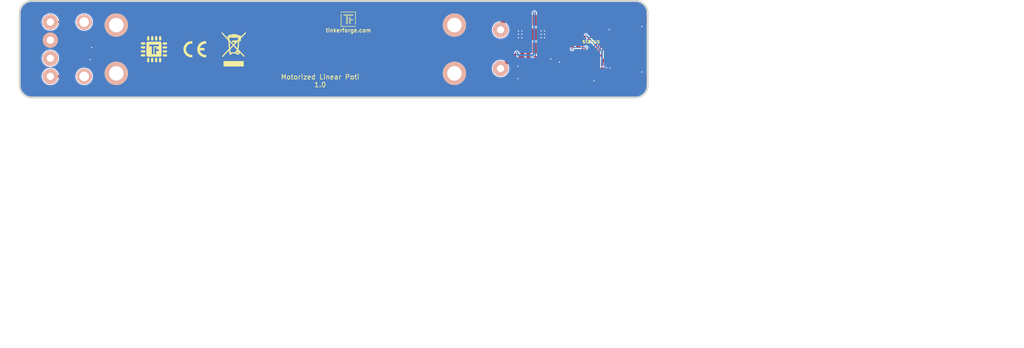
<source format=kicad_pcb>
(kicad_pcb (version 20221018) (generator pcbnew)
  (title_block (title "Motorized Linear Poti Bricklet") (date "2017-05-31") (rev "1.0") (company "Tinkerforge GmbH") (comment 1 "Licensed under CERN OHL v.1.1") (comment 2 "Copyright (©) 2017, L.Lauer <lukas@tinkerforge.com>"))
  (layers (0 "F.Cu" signal "Vorderseite") (31 "B.Cu" signal "Rückseite") (34 "B.Paste" user) (35 "F.Paste" user) (36 "B.SilkS" user "B.Silkscreen") (37 "F.SilkS" user "F.Silkscreen") (38 "B.Mask" user) (39 "F.Mask" user) (44 "Edge.Cuts" user))
  (net 0 "")
  (net 1 "GND")
  (net 2 "+5V")
  (net 3 "AIN")
  (net 4 "Net-(P2-PadA)")
  (net 5 "Net-(P2-PadB)")
  (net 6 "Net-(RP1-Pad1)")
  (net 7 "Net-(RP1-Pad4)")
  (net 8 "VCC")
  (net 9 "Net-(C3-Pad2)")
  (net 10 "S-MISO")
  (net 11 "S-MOSI")
  (net 12 "S-CLK")
  (net 13 "S-CS")
  (net 14 "Net-(P3-Pad2)")
  (net 15 "Net-(R1-Pad2)")
  (net 16 "REV")
  (net 17 "FWD")
  (net 18 "Net-(D1-Pad2)")
  (net 19 "Net-(C6-Pad1)")
  (net 20 "Net-(P1-Pad4)")
  (net 21 "Net-(P1-Pad5)")
  (net 22 "Net-(P1-Pad6)")
  (net 23 "Net-(J101-Pad1)")
  (net 24 "Net-(P2-Pad4)")
  (net 25 "Net-(P2-Pad2)")
  (net 26 "Net-(RP1-Pad2)")
  (net 27 "Net-(RP1-Pad3)")
  (net 28 "Net-(RP1-Pad6)")
  (net 29 "Net-(RP1-Pad7)")
  (net 30 "Net-(U1-Pad4)")
  (net 31 "Net-(U1-Pad5)")
  (net 32 "Net-(U1-Pad6)")
  (net 33 "Net-(U1-Pad11)")
  (net 34 "Net-(U1-Pad12)")
  (net 35 "Net-(U1-Pad13)")
  (net 36 "Net-(U1-Pad14)")
  (net 37 "Net-(U1-Pad16)")
  (net 38 "Net-(U1-Pad17)")
  (net 39 "Net-(U1-Pad19)")
  (net 40 "Net-(U1-Pad20)")
  (net 41 "Net-(U1-Pad21)")
  (footprint "kicad-libraries:DRILL_NP" (layer "F.Cu") (at 95.1 105.65 90)
    (fp_text reference "U4" hide)
    (fp_text value "DRILL" hide)
    (pad "" np_thru_hole circle (at 0 0 90) (size 2.99974 2.99974) (drill 2.99974) (layers "*.Cu" "*.Mask" "F.SilkS") (clearance 0.89916))
  )
  (footprint "kicad-libraries:DRILL_NP" (layer "F.Cu") (at 165.1 95.65)
    (fp_text reference "U5" hide)
    (fp_text value "DRILL" hide)
    (pad "" np_thru_hole circle (at 0 0) (size 2.99974 2.99974) (drill 2.99974) (layers "*.Cu" "*.Mask" "F.SilkS") (clearance 0.89916))
  )
  (footprint "kicad-libraries:DRILL_NP" (layer "F.Cu") (at 165.1 105.65 90)
    (fp_text reference "U6" hide)
    (fp_text value "DRILL" hide)
    (pad "" np_thru_hole circle (at 0 0 90) (size 2.99974 2.99974) (drill 2.99974) (layers "*.Cu" "*.Mask" "F.SilkS") (clearance 0.89916))
  )
  (footprint "kicad-libraries:DRILL_NP" (layer "F.Cu") (at 95.1 95.65 -90)
    (fp_text reference "U3" hide)
    (fp_text value "DRILL" hide)
    (pad "" np_thru_hole circle (at 0 0 270) (size 2.99974 2.99974) (drill 2.99974) (layers "*.Cu" "*.Mask" "F.SilkS") (clearance 0.89916))
  )
  (footprint "kicad-libraries:Logo_31x31" (layer "F.Cu") (at 141.55 92.85)
    (fp_text reference "G***" hide)
    (fp_text value "Logo_31x31" hide)
  )
  (footprint "kicad-libraries:WEEE_7mm" (layer "F.Cu") (at 119.4 100.65)
    (fp_text reference "G***" hide)
    (fp_text value "LOGO" hide)
  )
  (footprint "kicad-libraries:Logo_CoMCU" (layer "F.Cu") (at 102.9 100.65)
    (fp_text reference "G***" hide)
    (fp_text value "LOGO" hide)
  )
  (footprint "kicad-libraries:CE_5mm" (layer "F.Cu") (at 111.4 100.65)
    (fp_text reference "VAL" hide)
    (fp_text value "CE_5mm" hide)
  )
  (footprint "kicad-libraries:SolderJumper" (layer "F.Cu") (at 192.9 107.2 180)
    (fp_text reference "P3")
    (fp_text value "BOOT")
    (pad "1" smd rect (at -0.5 0 180) (size 0.4 1.4) (layers "F.Cu" "F.Mask") (net 1 "GND"))
    (pad "1" smd rect (at -0.225 -0.55 180) (size 0.95 0.3) (layers "F.Cu" "F.Mask") (net 1 "GND"))
    (pad "1" smd rect (at -0.225 0.55 180) (size 0.95 0.3) (layers "F.Cu" "F.Mask") (net 1 "GND"))
    (pad "2" smd rect (at 0.15 0 180) (size 0.6 0.5) (layers "F.Cu" "F.Mask") (net 14 "Net-(P3-Pad2)"))
    (pad "2" smd rect (at 0.55 0 180) (size 0.3 1.4) (layers "F.Cu" "F.Mask") (net 14 "Net-(P3-Pad2)"))
  )
  (footprint "kicad-libraries:QFN24-4x4mm-0.5mm" (layer "F.Cu") (at 191.4 103.3 -90)
    (fp_text reference "U1")
    (fp_text value "XMC1100-16")
    (pad "1" smd oval (at -2.025 -1.25 270) (size 1 0.3) (layers "F.Cu" "F.Paste" "F.Mask") (net 10 "S-MISO"))
    (pad "2" smd oval (at -2.025 -0.75 270) (size 1 0.3) (layers "F.Cu" "F.Paste" "F.Mask") (net 15 "Net-(R1-Pad2)"))
    (pad "3" smd oval (at -2.025 -0.25 270) (size 1 0.3) (layers "F.Cu" "F.Paste" "F.Mask") (net 3 "AIN"))
    (pad "4" smd oval (at -2.025 0.25 270) (size 1 0.3) (layers "F.Cu" "F.Paste" "F.Mask") (net 30 "Net-(U1-Pad4)"))
    (pad "5" smd oval (at -2.025 0.75 270) (size 1 0.3) (layers "F.Cu" "F.Paste" "F.Mask") (net 31 "Net-(U1-Pad5)"))
    (pad "6" smd oval (at -2.025 1.25 270) (size 1 0.3) (layers "F.Cu" "F.Paste" "F.Mask") (net 32 "Net-(U1-Pad6)"))
    (pad "7" smd oval (at -1.25 2.025) (size 1 0.3) (layers "F.Cu" "F.Paste" "F.Mask") (net 16 "REV"))
    (pad "8" smd oval (at -0.75 2.025) (size 1 0.3) (layers "F.Cu" "F.Paste" "F.Mask") (net 17 "FWD"))
    (pad "9" smd oval (at -0.25 2.025) (size 1 0.3) (layers "F.Cu" "F.Paste" "F.Mask") (net 1 "GND"))
    (pad "10" smd oval (at 0.25 2.025) (size 1 0.3) (layers "F.Cu" "F.Paste" "F.Mask") (net 8 "VCC"))
    (pad "11" smd oval (at 0.75 2.025) (size 1 0.3) (layers "F.Cu" "F.Paste" "F.Mask") (net 33 "Net-(U1-Pad11)"))
    (pad "12" smd oval (at 1.25 2.025) (size 1 0.3) (layers "F.Cu" "F.Paste" "F.Mask") (net 34 "Net-(U1-Pad12)"))
    (pad "13" smd oval (at 2.025 1.25 270) (size 1 0.3) (layers "F.Cu" "F.Paste" "F.Mask") (net 35 "Net-(U1-Pad13)"))
    (pad "14" smd oval (at 2.025 0.75 270) (size 1 0.3) (layers "F.Cu" "F.Paste" "F.Mask") (net 36 "Net-(U1-Pad14)"))
    (pad "15" smd oval (at 2.025 0.25 270) (size 1 0.3) (layers "F.Cu" "F.Paste" "F.Mask") (net 14 "Net-(P3-Pad2)"))
    (pad "16" smd oval (at 2.025 -0.25 270) (size 1 0.3) (layers "F.Cu" "F.Paste" "F.Mask") (net 37 "Net-(U1-Pad16)"))
    (pad "17" smd oval (at 2.025 -0.75 270) (size 1 0.3) (layers "F.Cu" "F.Paste" "F.Mask") (net 38 "Net-(U1-Pad17)"))
    (pad "18" smd oval (at 2.025 -1.25 270) (size 1 0.3) (layers "F.Cu" "F.Paste" "F.Mask") (net 23 "Net-(J101-Pad1)"))
    (pad "19" smd oval (at 1.25 -2.025) (size 1 0.3) (layers "F.Cu" "F.Paste" "F.Mask") (net 39 "Net-(U1-Pad19)"))
    (pad "20" smd oval (at 0.75 -2.025) (size 1 0.3) (layers "F.Cu" "F.Paste" "F.Mask") (net 40 "Net-(U1-Pad20)"))
    (pad "21" smd oval (at 0.25 -2.025) (size 1 0.3) (layers "F.Cu" "F.Paste" "F.Mask") (net 41 "Net-(U1-Pad21)"))
    (pad "22" smd oval (at -0.25 -2.025) (size 1 0.3) (layers "F.Cu" "F.Paste" "F.Mask") (net 13 "S-CS"))
    (pad "23" smd oval (at -0.75 -2.025) (size 1 0.3) (layers "F.Cu" "F.Paste" "F.Mask") (net 12 "S-CLK"))
    (pad "24" smd oval (at -1.25 -2.025) (size 1 0.3) (layers "F.Cu" "F.Paste" "F.Mask") (net 11 "S-MOSI"))
    (pad "EXP" smd rect (at -0.65 -0.65 270) (size 1.3 1.3) (layers "F.Cu" "F.Paste" "F.Mask") (net 1 "GND"))
    (pad "EXP" smd rect (at -0.65 0.65 270) (size 1.3 1.3) (layers "F.Cu" "F.Paste" "F.Mask") (net 1 "GND"))
    (pad "EXP" smd rect (at 0.65 -0.65 270) (size 1.3 1.3) (layers "F.Cu" "F.Paste" "F.Mask") (net 1 "GND"))
    (pad "EXP" smd rect (at 0.65 0.65 270) (size 1.3 1.3) (layers "F.Cu" "F.Paste" "F.Mask") (net 1 "GND"))
  )
  (footprint "kicad-libraries:Fiducial_Mark" (layer "F.Cu") (at 100.6 93.6)
    (fp_text reference "Fiducial_Mark" hide)
    (fp_text value "VAL**" hide)
    (pad "1" smd circle (at 0 0) (size 1.00076 1.00076) (layers "F.Cu" "F.Paste" "F.Mask") (clearance 0.65024))
  )
  (footprint "kicad-libraries:Fiducial_Mark" (layer "F.Cu") (at 100.6 106.6)
    (fp_text reference "Fiducial_Mark" hide)
    (fp_text value "VAL**" hide)
    (pad "1" smd circle (at 0 0) (size 1.00076 1.00076) (layers "F.Cu" "F.Paste" "F.Mask") (clearance 0.65024))
  )
  (footprint "kicad-libraries:Fiducial_Mark" (layer "F.Cu") (at 173.6 93.6)
    (fp_text reference "Fiducial_Mark" hide)
    (fp_text value "VAL**" hide)
    (pad "1" smd circle (at 0 0) (size 1.00076 1.00076) (layers "F.Cu" "F.Paste" "F.Mask") (clearance 0.65024))
  )
  (footprint "kicad-libraries:C0603E" (layer "F.Cu") (at 183.15 102.65)
    (fp_text reference "C1")
    (fp_text value "100nF")
    (pad "1" smd rect (at -0.8501 0) (size 1.1 1) (layers "F.Cu" "F.Paste" "F.Mask") (net 8 "VCC"))
    (pad "2" smd rect (at 0.8501 0) (size 1.1 1) (layers "F.Cu" "F.Paste" "F.Mask") (net 1 "GND"))
  )
  (footprint "kicad-libraries:C1206" (layer "F.Cu") (at 179.75 105.5)
    (fp_text reference "C3")
    (fp_text value "47uF/10V")
    (pad "1" smd rect (at -1.50114 0) (size 1.00076 1.6002) (layers "F.Cu" "F.Paste" "F.Mask") (net 1 "GND"))
    (pad "2" smd rect (at 1.50114 0) (size 1.00076 1.6002) (layers "F.Cu" "F.Paste" "F.Mask") (net 9 "Net-(C3-Pad2)"))
  )
  (footprint "kicad-libraries:4X0402" (layer "F.Cu") (at 196.85 99.9 90)
    (fp_text reference "RP3")
    (fp_text value "82")
    (pad "1" smd rect (at -0.7493 0.575 270) (size 0.29972 0.65) (layers "F.Cu" "F.Paste" "F.Mask") (net 20 "Net-(P1-Pad4)"))
    (pad "2" smd rect (at -0.24892 0.575 270) (size 0.29972 0.65) (layers "F.Cu" "F.Paste" "F.Mask") (net 21 "Net-(P1-Pad5)"))
    (pad "3" smd rect (at 0.24892 0.575 270) (size 0.29972 0.65) (layers "F.Cu" "F.Paste" "F.Mask") (net 22 "Net-(P1-Pad6)"))
    (pad "4" smd rect (at 0.7493 0.575 270) (size 0.29972 0.65) (layers "F.Cu" "F.Paste" "F.Mask") (net 19 "Net-(C6-Pad1)"))
    (pad "5" smd rect (at 0.7493 -0.575 90) (size 0.29972 0.65) (layers "F.Cu" "F.Paste" "F.Mask") (net 10 "S-MISO"))
    (pad "6" smd rect (at 0.24892 -0.575 90) (size 0.29972 0.65) (layers "F.Cu" "F.Paste" "F.Mask") (net 11 "S-MOSI"))
    (pad "7" smd rect (at -0.24892 -0.575 90) (size 0.29972 0.65) (layers "F.Cu" "F.Paste" "F.Mask") (net 12 "S-CLK"))
    (pad "8" smd rect (at -0.7493 -0.575 90) (size 0.29972 0.65) (layers "F.Cu" "F.Paste" "F.Mask") (net 13 "S-CS"))
  )
  (footprint "kicad-libraries:SOT23-5" (layer "F.Cu") (at 87.9 100.3 90)
    (fp_text reference "U101")
    (fp_text value "TLV271IDBVR")
    (pad "1" smd rect (at -0.94996 1.19888 90) (size 0.50038 0.8001) (layers "F.Cu" "F.Paste" "F.Mask") (net 3 "AIN"))
    (pad "2" smd rect (at 0 1.19888 90) (size 0.50038 0.8001) (layers "F.Cu" "F.Paste" "F.Mask") (net 1 "GND"))
    (pad "3" smd rect (at 0.94996 1.19888 90) (size 0.50038 0.8001) (layers "F.Cu" "F.Paste" "F.Mask") (net 24 "Net-(P2-Pad4)"))
    (pad "4" smd rect (at 0.94996 -1.19888 90) (size 0.50038 0.8001) (layers "F.Cu" "F.Paste" "F.Mask") (net 3 "AIN"))
    (pad "5" smd rect (at -0.94996 -1.19888 90) (size 0.50038 0.8001) (layers "F.Cu" "F.Paste" "F.Mask") (net 8 "VCC"))
  )
  (footprint "kicad-libraries:C0805" (layer "F.Cu") (at 198.4 102.9 -90)
    (fp_text reference "C2")
    (fp_text value "10µF")
    (pad "1" smd rect (at -1.00076 0 270) (size 1.00076 1.24968) (layers "F.Cu" "F.Paste" "F.Mask") (net 8 "VCC") (clearance 0.14986))
    (pad "2" smd rect (at 1.00076 0 270) (size 1.00076 1.24968) (layers "F.Cu" "F.Paste" "F.Mask") (net 1 "GND") (clearance 0.14986))
  )
  (footprint "kicad-libraries:C0603F" (layer "F.Cu") (at 187.7 104.05 90)
    (fp_text reference "C4")
    (fp_text value "100nF")
    (pad "1" smd rect (at -0.75 0 90) (size 0.9 0.9) (layers "F.Cu" "F.Paste" "F.Mask") (net 8 "VCC"))
    (pad "2" smd rect (at 0.75 0 90) (size 0.9 0.9) (layers "F.Cu" "F.Paste" "F.Mask") (net 1 "GND"))
  )
  (footprint "kicad-libraries:C0603F" (layer "F.Cu") (at 196.9 102.95 -90)
    (fp_text reference "C5")
    (fp_text value "1µF")
    (pad "1" smd rect (at -0.75 0 270) (size 0.9 0.9) (layers "F.Cu" "F.Paste" "F.Mask") (net 8 "VCC"))
    (pad "2" smd rect (at 0.75 0 270) (size 0.9 0.9) (layers "F.Cu" "F.Paste" "F.Mask") (net 1 "GND"))
  )
  (footprint "kicad-libraries:C0402F" (layer "F.Cu") (at 198.15 97.6 135)
    (fp_text reference "C6")
    (fp_text value "220pF")
    (pad "1" smd rect (at -0.5 0 135) (size 0.6 0.7) (layers "F.Cu" "F.Paste" "F.Mask") (net 19 "Net-(C6-Pad1)"))
    (pad "2" smd rect (at 0.5 0 135) (size 0.6 0.7) (layers "F.Cu" "F.Paste" "F.Mask") (net 1 "GND"))
  )
  (footprint "kicad-libraries:C0603F" (layer "F.Cu") (at 87.95 102.8)
    (fp_text reference "C101")
    (fp_text value "100nF")
    (pad "1" smd rect (at -0.75 0) (size 0.9 0.9) (layers "F.Cu" "F.Paste" "F.Mask") (net 8 "VCC"))
    (pad "2" smd rect (at 0.75 0) (size 0.9 0.9) (layers "F.Cu" "F.Paste" "F.Mask") (net 1 "GND"))
  )
  (footprint "kicad-libraries:D0603F" (layer "F.Cu") (at 190.75 99 -90)
    (fp_text reference "D1")
    (fp_text value "blue")
    (pad "1" smd rect (at -0.75 0 270) (size 0.9 0.9) (layers "F.Cu" "F.Paste" "F.Mask") (net 8 "VCC"))
    (pad "2" smd rect (at 0.75 0 270) (size 0.9 0.9) (layers "F.Cu" "F.Paste" "F.Mask") (net 18 "Net-(D1-Pad2)"))
  )
  (footprint "kicad-libraries:DEBUG_PAD" (layer "F.Cu") (at 194.75 106.4)
    (fp_text reference "J101")
    (fp_text value "Debug")
    (pad "1" smd circle (at 0 0) (size 0.7 0.7) (layers "F.Cu" "F.Paste" "F.Mask") (net 23 "Net-(J101-Pad1)"))
  )
  (footprint "kicad-libraries:C0603E" (layer "F.Cu") (at 182.1 108.4 180)
    (fp_text reference "L1")
    (fp_text value "FB")
    (pad "1" smd rect (at -0.8501 0 180) (size 1.1 1) (layers "F.Cu" "F.Paste" "F.Mask") (net 2 "+5V"))
    (pad "2" smd rect (at 0.8501 0 180) (size 1.1 1) (layers "F.Cu" "F.Paste" "F.Mask") (net 9 "Net-(C3-Pad2)"))
  )
  (footprint "kicad-libraries:CON-SENSOR2" (layer "F.Cu") (at 205.1 100.65 90)
    (fp_text reference "P1")
    (fp_text value "CON-SENSOR2")
    (pad "1" smd rect (at -3.75 -4.6 90) (size 0.6 1.8) (layers "F.Cu" "F.Paste" "F.Mask") (net 2 "+5V"))
    (pad "2" smd rect (at -2.5 -4.6 90) (size 0.6 1.8) (layers "F.Cu" "F.Paste" "F.Mask") (net 1 "GND"))
    (pad "3" smd rect (at -1.25 -4.6 90) (size 0.6 1.8) (layers "F.Cu" "F.Paste" "F.Mask") (net 8 "VCC"))
    (pad "4" smd rect (at 0 -4.6 90) (size 0.6 1.8) (layers "F.Cu" "F.Paste" "F.Mask") (net 20 "Net-(P1-Pad4)"))
    (pad "5" smd rect (at 1.25 -4.6 90) (size 0.6 1.8) (layers "F.Cu" "F.Paste" "F.Mask") (net 21 "Net-(P1-Pad5)"))
    (pad "6" smd rect (at 2.5 -4.6 90) (size 0.6 1.8) (layers "F.Cu" "F.Paste" "F.Mask") (net 22 "Net-(P1-Pad6)"))
    (pad "7" smd rect (at 3.75 -4.6 90) (size 0.6 1.8) (layers "F.Cu" "F.Paste" "F.Mask") (net 19 "Net-(C6-Pad1)"))
    (pad "EP" smd rect (at -5.9 -1.2 90) (size 1.4 2.4) (layers "F.Cu" "F.Paste" "F.Mask") (net 1 "GND"))
    (pad "EP" smd rect (at 5.9 -1.2 90) (size 1.4 2.4) (layers "F.Cu" "F.Paste" "F.Mask") (net 1 "GND"))
  )
  (footprint "kicad-libraries:R0603F" (layer "F.Cu") (at 189.4 99 -90)
    (fp_text reference "R1")
    (fp_text value "1k")
    (pad "1" smd rect (at -0.75 0 270) (size 0.9 0.9) (layers "F.Cu" "F.Paste" "F.Mask") (net 18 "Net-(D1-Pad2)"))
    (pad "2" smd rect (at 0.75 0 270) (size 0.9 0.9) (layers "F.Cu" "F.Paste" "F.Mask") (net 15 "Net-(R1-Pad2)"))
  )
  (footprint "kicad-libraries:4X0603" (layer "F.Cu") (at 186.1 99.85 90)
    (fp_text reference "RP1")
    (fp_text value "1k")
    (pad "1" smd rect (at -1.19888 -0.8509 90) (size 0.44958 0.89916) (layers "F.Cu" "F.Paste" "F.Mask") (net 6 "Net-(RP1-Pad1)"))
    (pad "2" smd rect (at -0.39878 -0.8509 90) (size 0.44958 0.89916) (layers "F.Cu" "F.Paste" "F.Mask") (net 26 "Net-(RP1-Pad2)"))
    (pad "3" smd rect (at 0.39878 -0.8509 90) (size 0.44958 0.89916) (layers "F.Cu" "F.Paste" "F.Mask") (net 27 "Net-(RP1-Pad3)"))
    (pad "4" smd rect (at 1.19888 -0.8509 90) (size 0.44958 0.89916) (layers "F.Cu" "F.Paste" "F.Mask") (net 7 "Net-(RP1-Pad4)"))
    (pad "5" smd rect (at 1.19888 0.8509 90) (size 0.44958 0.89916) (layers "F.Cu" "F.Paste" "F.Mask") (net 16 "REV"))
    (pad "6" smd rect (at 0.39878 0.8509 90) (size 0.44958 0.89916) (layers "F.Cu" "F.Paste" "F.Mask") (net 28 "Net-(RP1-Pad6)"))
    (pad "7" smd rect (at -0.39878 0.8509 90) (size 0.44958 0.89916) (layers "F.Cu" "F.Paste" "F.Mask") (net 29 "Net-(RP1-Pad7)"))
    (pad "8" smd rect (at -1.19888 0.8509 90) (size 0.44958 0.89916) (layers "F.Cu" "F.Paste" "F.Mask") (net 17 "FWD"))
  )
  (footprint "kicad-libraries:SO-8-EP" (layer "F.Cu") (at 181.05 97.55)
    (fp_text reference "U2")
    (fp_text value "ZXBM5210")
    (pad "1" smd rect (at -1.90246 2.86766 180) (size 0.79756 2.19964) (layers "F.Cu" "F.Paste" "F.Mask") (net 5 "Net-(P2-PadB)"))
    (pad "2" smd rect (at -0.63246 2.86766 180) (size 0.79756 2.19964) (layers "F.Cu" "F.Paste" "F.Mask") (net 9 "Net-(C3-Pad2)"))
    (pad "3" smd rect (at 0.63246 2.86766 180) (size 0.79756 2.19964) (layers "F.Cu" "F.Paste" "F.Mask") (net 8 "VCC"))
    (pad "4" smd rect (at 1.90246 2.86766 180) (size 0.79756 2.19964) (layers "F.Cu" "F.Paste" "F.Mask") (net 6 "Net-(RP1-Pad1)"))
    (pad "5" smd rect (at 1.90246 -2.86766) (size 0.79756 2.19964) (layers "F.Cu" "F.Paste" "F.Mask") (net 7 "Net-(RP1-Pad4)"))
    (pad "6" smd rect (at 0.63246 -2.86766) (size 0.79756 2.19964) (layers "F.Cu" "F.Paste" "F.Mask") (net 8 "VCC"))
    (pad "7" smd rect (at -0.63246 -2.86766) (size 0.79756 2.19964) (layers "F.Cu" "F.Paste" "F.Mask") (net 4 "Net-(P2-PadA)"))
    (pad "8" smd rect (at -1.90246 -2.86766) (size 0.79756 2.19964) (layers "F.Cu" "F.Paste" "F.Mask") (net 1 "GND"))
    (pad "EP" smd rect (at 0 0) (size 3.1 2.4) (layers "F.Cu" "F.Paste" "F.Mask") (net 1 "GND"))
  )
  (footprint "kicad-libraries:MOTORIZED_POTI" (layer "B.Cu") (at 145.1 100.65)
    (fp_text reference "P2")
    (fp_text value "MOTORIZED_POTI")
    (pad "" thru_hole circle (at -56.65 -5.625) (size 3.2 3.2) (drill 2) (layers "*.Cu" "*.Mask" "B.SilkS"))
    (pad "" thru_hole circle (at -56.65 5.625) (size 3.2 3.2) (drill 2) (layers "*.Cu" "*.Mask" "B.SilkS"))
    (pad "1" thru_hole circle (at -63.65 5.625) (size 3.2 3.2) (drill 1.5) (layers "*.Cu" "*.Mask" "B.SilkS") (net 8 "VCC"))
    (pad "2" thru_hole circle (at -63.65 1.875) (size 3.2 3.2) (drill 1.5) (layers "*.Cu" "*.Mask" "B.SilkS") (net 25 "Net-(P2-Pad2)"))
    (pad "3" thru_hole circle (at -63.65 -1.875) (size 3.2 3.2) (drill 1.5) (layers "*.Cu" "*.Mask" "B.SilkS") (net 1 "GND"))
    (pad "4" thru_hole circle (at -63.65 -5.625) (size 3.2 3.2) (drill 1.5) (layers "*.Cu" "*.Mask" "B.SilkS") (net 24 "Net-(P2-Pad4)"))
    (pad "A" thru_hole circle (at 29.55 -4) (size 3.2 3.2) (drill 1.5) (layers "*.Cu" "*.Mask" "B.SilkS") (net 4 "Net-(P2-PadA)"))
    (pad "B" thru_hole circle (at 29.55 4) (size 3.2 3.2) (drill 1.5) (layers "*.Cu" "*.Mask" "B.SilkS") (net 5 "Net-(P2-PadB)"))
  )
  (gr_line (start 202.6 110.65) (end 77.6 110.65) (stroke (width 0.381)) (layer "Edge.Cuts"))
  (gr_arc (start 202.6 90.65) (mid 204.367767 91.382233) (end 205.1 93.15) (stroke (width 0.381)) (layer "Edge.Cuts"))
  (gr_arc (start 77.6 110.65) (mid 75.832233 109.917767) (end 75.1 108.15) (stroke (width 0.381)) (layer "Edge.Cuts"))
  (gr_arc (start 205.1 108.15) (mid 204.367767 109.917767) (end 202.6 110.65) (stroke (width 0.381)) (layer "Edge.Cuts"))
  (gr_line (start 75.1 93.15) (end 75.1 108.15) (stroke (width 0.381)) (layer "Edge.Cuts"))
  (gr_line (start 77.6 90.65) (end 202.6 90.65) (stroke (width 0.381)) (layer "Edge.Cuts"))
  (gr_arc (start 75.1 93.15) (mid 75.832233 91.382233) (end 77.6 90.65) (stroke (width 0.381)) (layer "Edge.Cuts"))
  (gr_line (start 205.1 93.15) (end 205.1 108.15) (stroke (width 0.381)) (layer "Edge.Cuts"))
  (gr_text "Motorized Linear Poti\n1.0" (at 137.3 107.2) (layer "F.SilkS") (effects (font (size 1 1) (thickness 0.14986))))
  (gr_text "tinkerforge.com" (at 143.15 96.75) (layer "F.SilkS") (effects (font (size 0.8001 0.8001) (thickness 0.14986))))
  (gr_text "status" (at 193.4 99) (layer "F.SilkS") (effects (font (size 0.8 0.8) (thickness 0.14986))))
  (segment (start 179.14754 96.75246) (end 179.05 96.85) (width 0.8001) (layer "F.Cu") (net 1))
  (segment (start 192.05 102.65) (end 190.75 102.65) (width 0.35052) (layer "F.Cu") (net 1))
  (segment (start 190.75 102.65) (end 190.75 103.95) (width 0.35052) (layer "F.Cu") (net 1))
  (segment (start 190.75 103.95) (end 192.05 103.95) (width 0.35052) (layer "F.Cu") (net 1))
  (segment (start 190.35 103.05) (end 190.75 102.65) (width 0.25) (layer "F.Cu") (net 1))
  (segment (start 187.95 103.05) (end 187.7 103.3) (width 0.25) (layer "F.Cu") (net 1))
  (segment (start 193.175 106.7) (end 193.35 106.7) (width 0.2) (layer "F.Cu") (net 1))
  (segment (start 193.35 106.7) (end 193.35 107.2) (width 0.2) (layer "F.Cu") (net 1))
  (segment (start 193.35 107.2) (end 193.4 107.2) (width 0.2) (layer "F.Cu") (net 1))
  (segment (start 193.35 107.25) (end 193.35 107.7) (width 0.2) (layer "F.Cu") (net 1))
  (segment (start 193.35 107.7) (end 193.4 107.2) (width 0.2) (layer "F.Cu") (net 1))
  (segment (start 193.175 107.7) (end 193.35 107.7) (width 0.2) (layer "F.Cu") (net 1))
  (segment (start 193.35 107.7) (end 193.4 107.2) (width 0.2) (layer "F.Cu") (net 1))
  (segment (start 199.65 103.15) (end 198.89924 103.90076) (width 0.5) (layer "F.Cu") (net 1))
  (segment (start 198.89924 103.90076) (end 198.4 103.90076) (width 0.5) (layer "F.Cu") (net 1))
  (segment (start 198.19924 103.7) (end 198.4 103.90076) (width 0.5) (layer "F.Cu") (net 1))
  (segment (start 196.9 104.1) (end 197.3 104.5) (width 0.5) (layer "F.Cu") (net 1))
  (segment (start 196.9 104.2) (end 196.6 104.5) (width 0.5) (layer "F.Cu") (net 1))
  (segment (start 178.24886 104.15114) (end 178.25 104.15) (width 0.8001) (layer "F.Cu") (net 1))
  (segment (start 178.24886 106.74886) (end 178.25 106.75) (width 0.8001) (layer "F.Cu") (net 1))
  (segment (start 203.9 106.55) (end 203.9 105.35) (width 0.5) (layer "F.Cu") (net 1))
  (segment (start 196.9 103.7) (end 196.9 104.2) (width 0.5) (layer "F.Cu") (net 1))
  (segment (start 200.5 103.15) (end 200 103.15) (width 0.5) (layer "F.Cu") (net 1))
  (segment (start 193.125 106.65) (end 193.175 106.7) (width 0.2) (layer "F.Cu") (net 1))
  (segment (start 179.05 96.85) (end 179.05 97.55) (width 0.8001) (layer "F.Cu") (net 1))
  (segment (start 183.75 98.25) (end 183.75 97.55) (width 0.8001) (layer "F.Cu") (net 1))
  (segment (start 179.14754 94.68234) (end 179.14754 96.75246) (width 0.8001) (layer "F.Cu") (net 1))
  (segment (start 197.690381 97.140381) (end 197.15 96.6) (width 0.5) (layer "F.Cu") (net 1))
  (segment (start 178.35 98.25) (end 179.05 98.25) (width 0.8001) (layer "F.Cu") (net 1))
  (segment (start 193.4 107.2) (end 193.35 107.25) (width 0.2) (layer "F.Cu") (net 1))
  (segment (start 196.9 103.7) (end 198.19924 103.7) (width 0.5) (layer "F.Cu") (net 1))
  (segment (start 183.75 98.25) (end 183.05 98.25) (width 0.8001) (layer "F.Cu") (net 1))
  (segment (start 192.05 103.95) (end 192.05 102.65) (width 0.35052) (layer "F.Cu") (net 1))
  (segment (start 183.05 96.85) (end 183.05 97.55) (width 0.8001) (layer "F.Cu") (net 1))
  (segment (start 89.09888 100.3) (end 90 100.3) (width 0.5) (layer "F.Cu") (net 1))
  (segment (start 183.75 97.55) (end 183.75 96.85) (width 0.8001) (layer "F.Cu") (net 1))
  (segment (start 187.7 103.3) (end 186.85 103.3) (width 0.5) (layer "F.Cu") (net 1))
  (segment (start 179.05 98.25) (end 179.05 97.55) (width 0.8001) (layer "F.Cu") (net 1))
  (segment (start 178.24886 105.5) (end 178.24886 106.74886) (width 0.8001) (layer "F.Cu") (net 1))
  (segment (start 178.35 97.55) (end 178.35 98.25) (width 0.8001) (layer "F.Cu") (net 1))
  (segment (start 183.05 97.55) (end 183.05 98.25) (width 0.8001) (layer "F.Cu") (net 1))
  (segment (start 88.8001 102.8) (end 89.7 102.8) (width 0.5) (layer "F.Cu") (net 1))
  (segment (start 181.05 97.55) (end 183.05 97.55) (width 0.8001) (layer "F.Cu") (net 1))
  (segment (start 181.05 97.55) (end 179.05 97.55) (width 0.8001) (layer "F.Cu") (net 1))
  (segment (start 189.375 103.05) (end 190.35 103.05) (width 0.25) (layer "F.Cu") (net 1))
  (segment (start 193.125 107.75) (end 193.175 107.7) (width 0.2) (layer "F.Cu") (net 1))
  (segment (start 179.05 96.85) (end 178.35 96.85) (width 0.8001) (layer "F.Cu") (net 1))
  (segment (start 196.9 103.7) (end 196.9 104.1) (width 0.5) (layer "F.Cu") (net 1))
  (segment (start 189.375 103.05) (end 187.95 103.05) (width 0.25) (layer "F.Cu") (net 1))
  (segment (start 193.4 107.2) (end 194 107.2) (width 0.25) (layer "F.Cu") (net 1))
  (segment (start 200.5 103.15) (end 199.65 103.15) (width 0.5) (layer "F.Cu") (net 1))
  (segment (start 178.24886 105.5) (end 178.24886 104.15114) (width 0.8001) (layer "F.Cu") (net 1))
  (segment (start 203.9 94.75) (end 203.9 95.95) (width 0.5) (layer "F.Cu") (net 1))
  (segment (start 183.75 96.85) (end 183.05 96.85) (width 0.8001) (layer "F.Cu") (net 1))
  (segment (start 184.0001 102.65) (end 185.05 102.65) (width 0.8001) (layer "F.Cu") (net 1))
  (segment (start 178.35 96.85) (end 178.35 97.55) (width 0.8001) (layer "F.Cu") (net 1))
  (via (at 178.35 98.25) (size 0.70104) (drill 0.24892) (layers "F.Cu" "B.Cu") (net 1))
  (via (at 203.9 105.35) (size 0.70104) (drill 0.24892) (layers "F.Cu" "B.Cu") (net 1))
  (via (at 179.05 98.25) (size 0.70104) (drill 0.24892) (layers "F.Cu" "B.Cu") (net 1))
  (via (at 197.3 104.5) (size 0.70104) (drill 0.24892) (layers "F.Cu" "B.Cu") (net 1))
  (via (at 183.75 98.25) (size 0.70104) (drill 0.24892) (layers "F.Cu" "B.Cu") (net 1))
  (via (at 89.7 102.8) (size 0.70104) (drill 0.24892) (layers "F.Cu" "B.Cu") (net 1))
  (via (at 203.9 95.95) (size 0.70104) (drill 0.24892) (layers "F.Cu" "B.Cu") (net 1))
  (via (at 183.75 97.55) (size 0.70104) (drill 0.24892) (layers "F.Cu" "B.Cu") (net 1))
  (via (at 183.05 98.25) (size 0.70104) (drill 0.24892) (layers "F.Cu" "B.Cu") (net 1))
  (via (at 179.05 96.85) (size 0.70104) (drill 0.24892) (layers "F.Cu" "B.Cu") (net 1))
  (via (at 183.05 96.85) (size 0.70104) (drill 0.24892) (layers "F.Cu" "B.Cu") (net 1))
  (via (at 179.05 97.55) (size 0.70104) (drill 0.24892) (layers "F.Cu" "B.Cu") (net 1))
  (via (at 197.15 96.6) (size 0.5) (drill 0.25) (layers "F.Cu" "B.Cu") (net 1))
  (via (at 185.05 102.65) (size 0.70104) (drill 0.24892) (layers "F.Cu" "B.Cu") (net 1))
  (via (at 183.05 97.55) (size 0.70104) (drill 0.24892) (layers "F.Cu" "B.Cu") (net 1))
  (via (at 178.25 106.75) (size 0.70104) (drill 0.24892) (layers "F.Cu" "B.Cu") (net 1))
  (via (at 178.35 96.85) (size 0.70104) (drill 0.24892) (layers "F.Cu" "B.Cu") (net 1))
  (via (at 183.75 96.85) (size 0.70104) (drill 0.24892) (layers "F.Cu" "B.Cu") (net 1))
  (via (at 196.6 104.5) (size 0.70104) (drill 0.24892) (layers "F.Cu" "B.Cu") (net 1))
  (via (at 178.35 97.55) (size 0.70104) (drill 0.24892) (layers "F.Cu" "B.Cu") (net 1))
  (via (at 178.25 104.15) (size 0.70104) (drill 0.24892) (layers "F.Cu" "B.Cu") (net 1))
  (via (at 194 107.2) (size 0.5) (drill 0.25) (layers "F.Cu" "B.Cu") (net 1))
  (via (at 90 100.3) (size 0.70104) (drill 0.24892) (layers "F.Cu" "B.Cu") (net 1))
  (via (at 186.85 103.3) (size 0.70104) (drill 0.24892) (layers "F.Cu" "B.Cu") (net 1))
  (segment (start 199.7 104.4) (end 197.35 106.75) (width 0.5) (layer "F.Cu") (net 2))
  (segment (start 197.35 106.75) (end 197.35 107.65) (width 0.5) (layer "F.Cu") (net 2))
  (segment (start 197.35 107.65) (end 195.5 109.5) (width 0.5) (layer "F.Cu") (net 2))
  (segment (start 195.5 109.5) (end 185.65 109.5) (width 0.5) (layer "F.Cu") (net 2))
  (segment (start 185.65 109.5) (end 184.55 108.4) (width 0.5) (layer "F.Cu") (net 2))
  (segment (start 184.55 108.4) (end 182.9501 108.4) (width 0.5) (layer "F.Cu") (net 2))
  (segment (start 200.5 104.4) (end 199.7 104.4) (width 0.5) (layer "F.Cu") (net 2))
  (segment (start 191.65 99.8) (end 193.35 98.1) (width 0.249) (layer "F.Cu") (net 3))
  (segment (start 193.35 98.1) (end 193.35 97.2) (width 0.249) (layer "F.Cu") (net 3))
  (segment (start 193.35 97.2) (end 187.75 91.6) (width 0.249) (layer "F.Cu") (net 3))
  (segment (start 187.75 91.6) (end 153.25 91.6) (width 0.249) (layer "F.Cu") (net 3))
  (segment (start 88.59996 101.24996) (end 87.8 100.45) (width 0.25) (layer "F.Cu") (net 3))
  (segment (start 87.8 100.45) (end 87.8 99.75) (width 0.25) (layer "F.Cu") (net 3))
  (segment (start 87.8 99.75) (end 87.40004 99.35004) (width 0.25) (layer "F.Cu") (net 3))
  (segment (start 87.40004 99.35004) (end 86.70112 99.35004) (width 0.25) (layer "F.Cu") (net 3))
  (segment (start 91.60004 101.24996) (end 92.8 100.05) (width 0.25) (layer "F.Cu") (net 3))
  (segment (start 92.8 100.05) (end 98.35 100.05) (width 0.25) (layer "F.Cu") (net 3))
  (segment (start 98.35 100.05) (end 106.8 91.6) (width 0.25) (layer "F.Cu") (net 3))
  (segment (start 106.8 91.6) (end 153.25 91.6) (width 0.25) (layer "F.Cu") (net 3))
  (segment (start 191.65 101.275) (end 191.65 99.8) (width 0.249) (layer "F.Cu") (net 3))
  (segment (start 89.09888 101.24996) (end 91.60004 101.24996) (width 0.25) (layer "F.Cu") (net 3))
  (segment (start 89.09888 101.24996) (end 88.59996 101.24996) (width 0.25) (layer "F.Cu") (net 3))
  (segment (start 180.41754 93.21754) (end 179.85 92.65) (width 0.8001) (layer "F.Cu") (net 4))
  (segment (start 179.85 92.65) (end 177.55 92.65) (width 0.8001) (layer "F.Cu") (net 4))
  (segment (start 177.55 92.65) (end 174.65 95.55) (width 0.8001) (layer "F.Cu") (net 4))
  (segment (start 174.65 95.55) (end 174.65 96.65) (width 0.8001) (layer "F.Cu") (net 4))
  (segment (start 180.41754 94.68234) (end 180.41754 93.21754) (width 0.8001) (layer "F.Cu") (net 4))
  (segment (start 179.14754 102.05246) (end 178.1 103.1) (width 0.8001) (layer "F.Cu") (net 5))
  (segment (start 178.1 103.1) (end 176.2 103.1) (width 0.8001) (layer "F.Cu") (net 5))
  (segment (start 176.2 103.1) (end 174.65 104.65) (width 0.8001) (layer "F.Cu") (net 5))
  (segment (start 179.14754 100.41766) (end 179.14754 102.05246) (width 0.8001) (layer "F.Cu") (net 5))
  (segment (start 183.58368 101.04888) (end 182.95246 100.41766) (width 0.35052) (layer "F.Cu") (net 6))
  (segment (start 185.2491 101.04888) (end 183.58368 101.04888) (width 0.35052) (layer "F.Cu") (net 6))
  (segment (start 185.2491 95.7491) (end 184.18234 94.68234) (width 0.35052) (layer "F.Cu") (net 7))
  (segment (start 184.18234 94.68234) (end 182.95246 94.68234) (width 0.35052) (layer "F.Cu") (net 7))
  (segment (start 185.2491 98.65112) (end 185.2491 95.7491) (width 0.35052) (layer "F.Cu") (net 7))
  (segment (start 181.68246 102.03256) (end 182.2999 102.65) (width 0.45) (layer "F.Cu") (net 8))
  (segment (start 188.85 103.55) (end 188.5 103.9) (width 0.25) (layer "F.Cu") (net 8))
  (segment (start 188.5 103.9) (end 188.5 104.45) (width 0.25) (layer "F.Cu") (net 8))
  (segment (start 188.5 104.45) (end 188.15 104.8) (width 0.25) (layer "F.Cu") (net 8))
  (segment (start 188.15 104.8) (end 187.7 104.8) (width 0.25) (layer "F.Cu") (net 8))
  (segment (start 198.7499 101.9) (end 198.55 102.0999) (width 0.45) (layer "F.Cu") (net 8))
  (segment (start 192.35 97.8) (end 192.0001 98.1499) (width 0.35052) (layer "F.Cu") (net 8))
  (segment (start 192.0001 98.1499) (end 190.75 98.1499) (width 0.35052) (layer "F.Cu") (net 8))
  (segment (start 181.68246 93.23246) (end 181.65 93.2) (width 0.5) (layer "F.Cu") (net 8))
  (segment (start 181.65 101.9) (end 181.68246 101.9) (width 0.5) (layer "F.Cu") (net 8))
  (segment (start 181.68246 101.9) (end 181.68246 102.03256) (width 0.45) (layer "F.Cu") (net 8))
  (segment (start 198.59924 101.9) (end 198.55 101.94924) (width 0.8001) (layer "F.Cu") (net 8))
  (segment (start 186.85 106.5) (end 187.7 105.65) (width 0.5) (layer "F.Cu") (net 8))
  (segment (start 187.7 105.65) (end 187.7 104.8) (width 0.5) (layer "F.Cu") (net 8))
  (segment (start 182.2999 103.8499) (end 184.95 106.5) (width 0.5) (layer "F.Cu") (net 8))
  (segment (start 184.95 106.5) (end 186.25 106.5) (width 0.5) (layer "F.Cu") (net 8))
  (segment (start 196.7 102.25) (end 195.7 103.25) (width 0.5) (layer "F.Cu") (net 8))
  (segment (start 195.7 103.25) (end 195.7 104.25) (width 0.5) (layer "F.Cu") (net 8))
  (segment (start 197.55 102.25) (end 197.85076 101.94924) (width 0.5) (layer "F.Cu") (net 8))
  (segment (start 195.7 107.2) (end 194.4 108.5) (width 0.5) (layer "F.Cu") (net 8))
  (segment (start 194.4 108.5) (end 188.75 108.5) (width 0.5) (layer "F.Cu") (net 8))
  (segment (start 188.75 108.5) (end 186.75 106.5) (width 0.5) (layer "F.Cu") (net 8))
  (segment (start 186.75 106.5) (end 186.85 106.5) (width 0.5) (layer "F.Cu") (net 8))
  (segment (start 83.4 106.275) (end 83.425 106.275) (width 0.5) (layer "F.Cu") (net 8))
  (segment (start 85.4 104.275) (end 85.4 103.35) (width 0.5) (layer "F.Cu") (net 8))
  (segment (start 85.4 103.35) (end 85.95 102.8) (width 0.5) (layer "F.Cu") (net 8))
  (segment (start 85.95 102.8) (end 87.0999 102.8) (width 0.5) (layer "F.Cu") (net 8))
  (segment (start 86.70112 101.60112) (end 87.0999 101.9999) (width 0.5) (layer "F.Cu") (net 8))
  (segment (start 87.0999 101.9999) (end 87.0999 102.8) (width 0.5) (layer "F.Cu") (net 8))
  (segment (start 87.0999 103.6499) (end 87.45 104) (width 0.5) (layer "F.Cu") (net 8))
  (segment (start 87.45 104) (end 91.1 104) (width 0.5) (layer "F.Cu") (net 8))
  (segment (start 91.1 104) (end 93.15 101.95) (width 0.5) (layer "F.Cu") (net 8))
  (segment (start 93.15 101.95) (end 177.55 101.95) (width 0.5) (layer "F.Cu") (net 8))
  (segment (start 177.55 101.95) (end 178 101.5) (width 0.5) (layer "F.Cu") (net 8))
  (segment (start 195.7 104.25) (end 195.7 107.2) (width 0.5) (layer "F.Cu") (net 8))
  (segment (start 181.68246 94.68234) (end 181.68246 93.23246) (width 0.5) (layer "F.Cu") (net 8))
  (segment (start 196.95 102.25) (end 196.7 102.25) (width 0.5) (layer "F.Cu") (net 8))
  (segment (start 81.45 106.275) (end 83.4 106.275) (width 0.5) (layer "F.Cu") (net 8))
  (segment (start 200.5 101.9) (end 198.59924 101.9) (width 0.8001) (layer "F.Cu") (net 8))
  (segment (start 186.25 106.5) (end 186.75 106.5) (width 0.5) (layer "F.Cu") (net 8))
  (segment (start 87.0999 102.8) (end 87.0999 103.6499) (width 0.5) (layer "F.Cu") (net 8))
  (segment (start 198.55 101.94924) (end 198.00076 101.94924) (width 0.5) (layer "F.Cu") (net 8))
  (segment (start 83.4 106.275) (end 85.4 104.275) (width 0.5) (layer "F.Cu") (net 8))
  (segment (start 181.68246 100.41766) (end 181.68246 101.9) (width 0.45) (layer "F.Cu") (net 8))
  (segment (start 86.70112 101.24996) (end 86.70112 101.60112) (width 0.5) (layer "F.Cu") (net 8))
  (segment (start 189.375 103.55) (end 188.85 103.55) (width 0.25) (layer "F.Cu") (net 8))
  (segment (start 182.2999 102.65) (end 182.2999 103.8499) (width 0.5) (layer "F.Cu") (net 8))
  (segment (start 196.95 102.25) (end 197.55 102.25) (width 0.5) (layer "F.Cu") (net 8))
  (segment (start 198.55 101.94924) (end 197.85076 101.94924) (width 0.5) (layer "F.Cu") (net 8))
  (via (at 178 101.5) (size 0.70104) (drill 0.24892) (layers "F.Cu" "B.Cu") (net 8))
  (via (at 181.65 93.2) (size 0.70104) (drill 0.24892) (layers "F.Cu" "B.Cu") (net 8))
  (via (at 192.35 97.8) (size 0.5) (drill 0.25) (layers "F.Cu" "B.Cu") (net 8))
  (via (at 181.65 101.9) (size 0.70104) (drill 0.24892) (layers "F.Cu" "B.Cu") (net 8))
  (via (at 195.7 104.25) (size 0.5) (drill 0.25) (layers "F.Cu" "B.Cu") (net 8))
  (segment (start 195.7 104.25) (end 195.65 104.3) (width 0.35052) (layer "B.Cu") (net 8))
  (segment (start 195.65 104.3) (end 195.65 101.1) (width 0.35052) (layer "B.Cu") (net 8))
  (segment (start 195.65 101.1) (end 192.35 97.8) (width 0.35052) (layer "B.Cu") (net 8))
  (segment (start 181.65 93.2) (end 181.65 101.9) (width 0.5) (layer "B.Cu") (net 8))
  (segment (start 178 101.5) (end 178.4 101.9) (width 0.5) (layer "B.Cu") (net 8))
  (segment (start 178.4 101.9) (end 181.65 101.9) (width 0.5) (layer "B.Cu") (net 8))
  (segment (start 181.2499 105.50124) (end 181.25114 105.5) (width 0.5) (layer "F.Cu") (net 9))
  (segment (start 180.41754 103.4164) (end 181.25114 104.25) (width 0.8001) (layer "F.Cu") (net 9))
  (segment (start 181.25114 104.25) (end 181.25114 105.5) (width 0.8001) (layer "F.Cu") (net 9))
  (segment (start 181.2499 108.4) (end 181.2499 105.50124) (width 0.5) (layer "F.Cu") (net 9))
  (segment (start 180.41754 100.41766) (end 180.41754 103.4164) (width 0.8001) (layer "F.Cu") (net 9))
  (segment (start 181.25114 105.5) (end 181.25114 104.25) (width 0.5) (layer "F.Cu") (net 9))
  (segment (start 194.9993 99.1507) (end 192.875 101.275) (width 0.25) (layer "F.Cu") (net 10))
  (segment (start 192.875 101.275) (end 192.65 101.275) (width 0.25) (layer "F.Cu") (net 10))
  (segment (start 196.275 99.1507) (end 194.9993 99.1507) (width 0.25) (layer "F.Cu") (net 10))
  (segment (start 195.29892 99.65108) (end 194.55 100.4) (width 0.25) (layer "F.Cu") (net 11))
  (segment (start 194.55 100.4) (end 194.55 101.4) (width 0.25) (layer "F.Cu") (net 11))
  (segment (start 194.55 101.4) (end 193.9 102.05) (width 0.249) (layer "F.Cu") (net 11))
  (segment (start 193.9 102.05) (end 193.425 102.05) (width 0.25) (layer "F.Cu") (net 11))
  (segment (start 196.275 99.65108) (end 195.29892 99.65108) (width 0.25) (layer "F.Cu") (net 11))
  (segment (start 195.50108 100.14892) (end 195.05 100.6) (width 0.25) (layer "F.Cu") (net 12))
  (segment (start 195.05 100.6) (end 195.05 101.6) (width 0.25) (layer "F.Cu") (net 12))
  (segment (start 195.05 101.6) (end 194.1 102.55) (width 0.25) (layer "F.Cu") (net 12))
  (segment (start 194.1 102.55) (end 193.425 102.55) (width 0.25) (layer "F.Cu") (net 12))
  (segment (start 196.275 100.14892) (end 195.50108 100.14892) (width 0.25) (layer "F.Cu") (net 12))
  (segment (start 194.3 103.05) (end 193.425 103.05) (width 0.25) (layer "F.Cu") (net 13))
  (segment (start 195.9007 100.6493) (end 195.65 100.9) (width 0.249) (layer "F.Cu") (net 13))
  (segment (start 195.65 100.9) (end 195.65 101.7) (width 0.249) (layer "F.Cu") (net 13))
  (segment (start 195.65 101.7) (end 194.3 103.05) (width 0.25) (layer "F.Cu") (net 13))
  (segment (start 196.275 100.6493) (end 195.9007 100.6493) (width 0.249) (layer "F.Cu") (net 13))
  (segment (start 191.55 107.2) (end 191.15 106.8) (width 0.25) (layer "F.Cu") (net 14))
  (segment (start 191.15 106.8) (end 191.15 105.325) (width 0.25) (layer "F.Cu") (net 14))
  (segment (start 192.75 107.2) (end 191.55 107.2) (width 0.25) (layer "F.Cu") (net 14))
  (segment (start 192.75 107.2) (end 192.35 107.2) (width 0.2) (layer "F.Cu") (net 14))
  (segment (start 192.15 100.5) (end 192.35 100.3) (width 0.2) (layer "F.Cu") (net 15))
  (segment (start 189.4 100.55) (end 189.45 100.6) (width 0.2) (layer "F.Cu") (net 15))
  (segment (start 189.4 99.8) (end 189.4 100.55) (width 0.2) (layer "F.Cu") (net 15))
  (segment (start 192.15 100.5) (end 192.15 101.275) (width 0.2) (layer "F.Cu") (net 15))
  (via (at 192.35 100.3) (size 0.5) (drill 0.25) (layers "F.Cu" "B.Cu") (net 15))
  (via (at 189.45 100.6) (size 0.5) (drill 0.25) (layers "F.Cu" "B.Cu") (net 15))
  (segment (start 189.45 100.6) (end 189.75 100.3) (width 0.2) (layer "B.Cu") (net 15))
  (segment (start 189.75 100.3) (end 192.35 100.3) (width 0.2) (layer "B.Cu") (net 15))
  (segment (start 188.95 102.05) (end 188.15 101.25) (width 0.25) (layer "F.Cu") (net 16))
  (segment (start 188.15 101.25) (end 188.15 99.35) (width 0.25) (layer "F.Cu") (net 16))
  (segment (start 188.15 99.35) (end 187.45112 98.65112) (width 0.25) (layer "F.Cu") (net 16))
  (segment (start 187.45112 98.65112) (end 186.9509 98.65112) (width 0.25) (layer "F.Cu") (net 16))
  (segment (start 189.375 102.05) (end 188.95 102.05) (width 0.25) (layer "F.Cu") (net 16))
  (segment (start 188.15 102.55) (end 186.9509 101.3509) (width 0.25) (layer "F.Cu") (net 17))
  (segment (start 186.9509 101.3509) (end 186.9509 101.04888) (width 0.25) (layer "F.Cu") (net 17))
  (segment (start 189.375 102.55) (end 188.15 102.55) (width 0.25) (layer "F.Cu") (net 17))
  (segment (start 189.4 98.85) (end 189.55 99) (width 0.25) (layer "F.Cu") (net 18))
  (segment (start 189.55 99) (end 190.4 99) (width 0.25) (layer "F.Cu") (net 18))
  (segment (start 190.4 99) (end 190.75 99.35) (width 0.25) (layer "F.Cu") (net 18))
  (segment (start 190.75 99.35) (end 190.75 99.8501) (width 0.25) (layer "F.Cu") (net 18))
  (segment (start 189.4 98.3) (end 189.4 98.85) (width 0.25) (layer "F.Cu") (net 18))
  (segment (start 199.75 96.9) (end 197.75 98.9) (width 0.25) (layer "F.Cu") (net 19))
  (segment (start 197.4993 99.1507) (end 197.425 99.1507) (width 0.25) (layer "F.Cu") (net 19))
  (segment (start 198.590381 98.059619) (end 197.75 98.9) (width 0.25) (layer "F.Cu") (net 19))
  (segment (start 197.75 98.9) (end 197.4993 99.1507) (width 0.25) (layer "F.Cu") (net 19))
  (segment (start 200.85 96.9) (end 200 96.9) (width 0.25) (layer "F.Cu") (net 19))
  (segment (start 198.609619 98.059619) (end 198.590381 98.059619) (width 0.25) (layer "F.Cu") (net 19))
  (segment (start 200.85 96.9) (end 199.75 96.9) (width 0.25) (layer "F.Cu") (net 19))
  (segment (start 200.8493 100.6493) (end 200.85 100.65) (width 0.25) (layer "F.Cu") (net 20))
  (segment (start 197.425 100.6493) (end 200.8493 100.6493) (width 0.25) (layer "F.Cu") (net 20))
  (segment (start 199.75 99.4) (end 199.00108 100.14892) (width 0.25) (layer "F.Cu") (net 21))
  (segment (start 199.00108 100.14892) (end 197.425 100.14892) (width 0.25) (layer "F.Cu") (net 21))
  (segment (start 200.85 99.4) (end 199.75 99.4) (width 0.25) (layer "F.Cu") (net 21))
  (segment (start 199.8 98.15) (end 198.29892 99.65108) (width 0.25) (layer "F.Cu") (net 22))
  (segment (start 198.29892 99.65108) (end 197.425 99.65108) (width 0.25) (layer "F.Cu") (net 22))
  (segment (start 200.85 98.15) (end 199.8 98.15) (width 0.25) (layer "F.Cu") (net 22))
  (segment (start 200.85 98.15) (end 200.1 98.15) (width 0.25) (layer "F.Cu") (net 22))
  (segment (start 192.65 105.8) (end 192.85 106) (width 0.249) (layer "F.Cu") (net 23))
  (segment (start 192.85 106) (end 194.35 106) (width 0.249) (layer "F.Cu") (net 23))
  (segment (start 194.35 106) (end 194.75 106.4) (width 0.249) (layer "F.Cu") (net 23))
  (segment (start 192.65 105.325) (end 192.65 105.8) (width 0.249) (layer "F.Cu") (net 23))
  (segment (start 85.225 95.025) (end 89.09888 98.89888) (width 0.25) (layer "F.Cu") (net 24))
  (segment (start 89.09888 98.89888) (end 89.09888 99.35004) (width 0.25) (layer "F.Cu") (net 24))
  (segment (start 81.45 95.025) (end 85.225 95.025) (width 0.25) (layer "F.Cu") (net 24))
  (zone (net 1) (net_name "GND") (layer "B.Cu") (connect_pads yes (clearance 0.2)) (min_thickness 0.15) (fill yes (thermal_gap 0.508) (thermal_bridge_width 0.508))
    (polygon (pts (xy 205.1 90.65) (xy 205.1 110.65) (xy 75.1 110.65) (xy 75.1 90.7)))
  )
)
</source>
